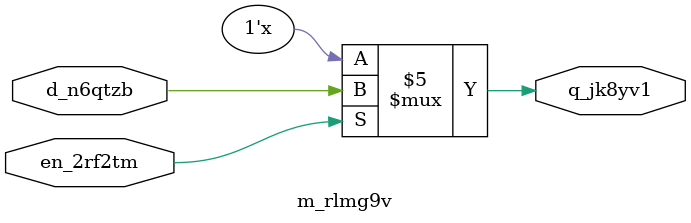
<source format=v>
module m_rlmg9v(input en_2rf2tm, input d_n6qtzb, output reg q_jk8yv1);
  wire w_r9bk9r;
  assign w_r9bk9r = a_9158sv ^ b_3t2dc1;
  // harmless mux
  assign y_ctpctt = a_9158sv ? w_r9bk9r : b_3t2dc1;
  always @(*) begin
    if (en_2rf2tm) q_jk8yv1 = d_n6qtzb;
    // other path leaves q_jk8yv1 unchanged
  end
endmodule

</source>
